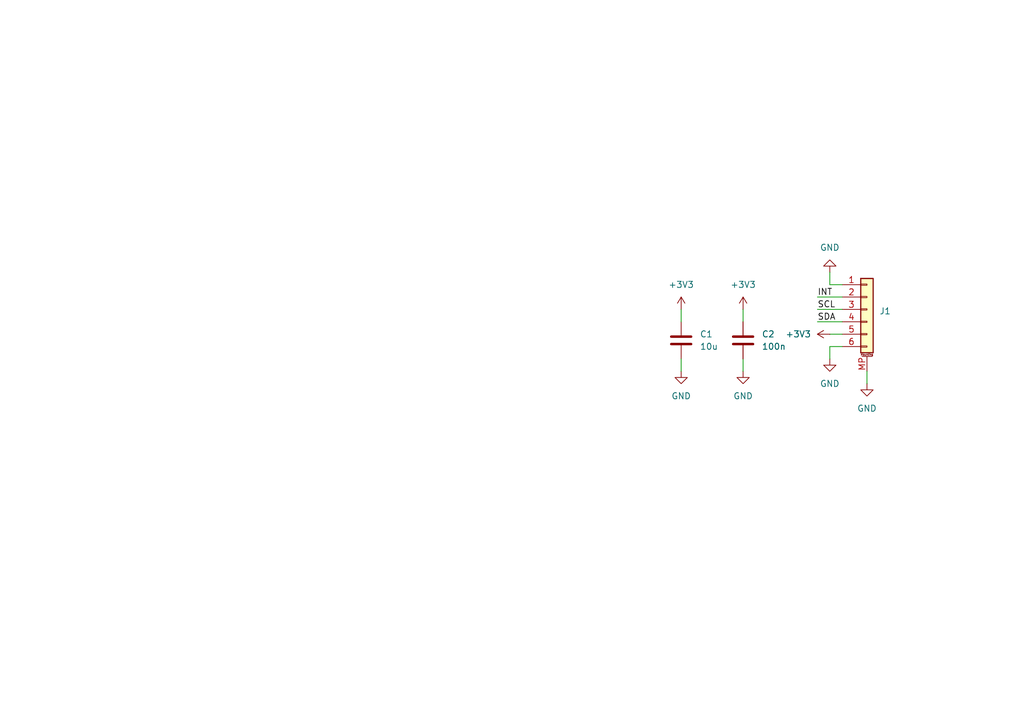
<source format=kicad_sch>
(kicad_sch (version 20231120) (generator "eeschema") (generator_version "8.0")
  (paper "A5")
  (lib_symbols
    (symbol "Connector_Generic_MountingPin:Conn_01x06_MountingPin" (pin_names (offset 1.016) hide)
      (property "Reference" "J" (at 0 7.62 0))
      (property "Value" "Conn_01x06_MountingPin" (at 1.27 -10.16 0))
      (symbol "Conn_01x06_MountingPin_1_1"
        (rectangle (start -1.27 -7.493) (end 0 -7.747) (stroke (width 0.1524)))
        (rectangle (start -1.27 -4.953) (end 0 -5.207) (stroke (width 0.1524)))
        (rectangle (start -1.27 -2.413) (end 0 -2.667) (stroke (width 0.1524)))
        (rectangle (start -1.27 0.127) (end 0 -0.127) (stroke (width 0.1524)))
        (rectangle (start -1.27 2.667) (end 0 2.413) (stroke (width 0.1524)))
        (rectangle (start -1.27 5.207) (end 0 4.953) (stroke (width 0.1524)))
        (rectangle (start -1.27 6.35) (end 1.27 -8.89) (stroke (width 0.254)) (fill (type background)))
        (polyline (pts (xy -1.016 -9.652) (xy 1.016 -9.652)) (stroke (width 0.1524)))
        (text "Mounting" (at 0 -9.271 0) (effects (font (size 0.381 0.381))))
        (pin passive line (at -5.08 5.08 0) (length 3.81) (name "Pin_1") (number "1"))
        (pin passive line (at -5.08 2.54 0) (length 3.81) (name "Pin_2") (number "2"))
        (pin passive line (at -5.08 0 0) (length 3.81) (name "Pin_3") (number "3"))
        (pin passive line (at -5.08 -2.54 0) (length 3.81) (name "Pin_4") (number "4"))
        (pin passive line (at -5.08 -5.08 0) (length 3.81) (name "Pin_5") (number "5"))
        (pin passive line (at -5.08 -7.62 0) (length 3.81) (name "Pin_6") (number "6"))
        (pin passive line (at 0 -12.7 90) (length 3.048) (name "MountPin") (number "MP"))
      )
    )
    (symbol "Device:C" (pin_numbers hide) (pin_names (offset 0.254))
      (property "Reference" "C" (at 0.635 2.54 0))
      (property "Value" "C" (at 0.635 -2.54 0))
      (symbol "C_0_1"
        (polyline (pts (xy -2.032 -0.762) (xy 2.032 -0.762)) (stroke (width 0.508)))
        (polyline (pts (xy -2.032 0.762) (xy 2.032 0.762)) (stroke (width 0.508)))
      )
      (symbol "C_1_1"
        (pin passive line (at 0 3.81 270) (length 2.794) (name "~") (number "1"))
        (pin passive line (at 0 -3.81 90) (length 2.794) (name "~") (number "2"))
      )
    )
    (symbol "power:+3V3" (power) (pin_numbers hide) (pin_names (offset 0) hide)
      (property "Value" "+3V3" (at 0 3.556 0))
      (symbol "+3V3_0_1"
        (polyline (pts (xy -0.762 1.27) (xy 0 2.54)))
        (polyline (pts (xy 0 0) (xy 0 2.54)))
        (polyline (pts (xy 0 2.54) (xy 0.762 1.27)))
      )
      (symbol "+3V3_1_1"
        (pin power_in line (at 0 0 90) (length 0) (name "~") (number "1"))
      )
    )
    (symbol "power:GND" (power) (pin_numbers hide) (pin_names (offset 0) hide)
      (property "Value" "GND" (at 0 -3.81 0))
      (symbol "GND_0_1"
        (polyline (pts (xy 0 0) (xy 0 -1.27) (xy 1.27 -1.27) (xy 0 -2.54) (xy -1.27 -1.27) (xy 0 -1.27)))
      )
      (symbol "GND_1_1"
        (pin power_in line (at 0 0 270) (length 0) (name "~") (number "1"))
      )
    )
  )
  (wire (pts (xy 170.18 71.12) (xy 172.72 71.12)))
  (wire (pts (xy 139.7 76.2) (xy 139.7 73.66)))
  (wire (pts (xy 167.64 66.04) (xy 172.72 66.04)))
  (wire (pts (xy 170.18 68.58) (xy 172.72 68.58)))
  (wire (pts (xy 177.8 76.2) (xy 177.8 78.74)))
  (wire (pts (xy 170.18 58.42) (xy 172.72 58.42)))
  (wire (pts (xy 167.64 63.5) (xy 172.72 63.5)))
  (wire (pts (xy 167.64 60.96) (xy 172.72 60.96)))
  (wire (pts (xy 170.18 55.88) (xy 170.18 58.42)))
  (wire (pts (xy 152.4 76.2) (xy 152.4 73.66)))
  (wire (pts (xy 139.7 63.5) (xy 139.7 66.04)))
  (wire (pts (xy 170.18 73.66) (xy 170.18 71.12)))
  (wire (pts (xy 152.4 63.5) (xy 152.4 66.04)))
  (label "SCL" (at 167.64 63.5 0))
  (label "INT" (at 167.64 60.96 0))
  (label "SDA" (at 167.64 66.04 0))
  (symbol (lib_id "power:GND") (at 152.4 76.2 0) (unit 1)
    (property "Reference" "#PWR05" (effects (hide yes)))
    (property "Value" "GND" (at 152.4 81.28 0))
    (property "Description" "Power symbol creates a global label with name \"GND\" , ground" (effects (hide yes)))
  )
  (symbol (lib_id "Device:C") (at 152.4 69.85 0) (unit 1)
    (property "Reference" "C2" (at 156.21 68.5799 0) (effects (justify left)))
    (property "Value" "100n" (at 156.21 71.1199 0) (effects (justify left)))
    (property "Footprint" "Capacitor_SMD:C_0402_1005Metric" (effects (hide yes)))
    (property "Description" "Unpolarized capacitor" (effects (hide yes)))
    (property "LCSC" "C1525" (effects (hide yes)))
  )
  (symbol (lib_id "power:GND") (at 139.7 76.2 0) (unit 1)
    (property "Reference" "#PWR06" (effects (hide yes)))
    (property "Value" "GND" (at 139.7 81.28 0))
    (property "Description" "Power symbol creates a global label with name \"GND\" , ground" (effects (hide yes)))
  )
  (symbol (lib_id "power:+3V3") (at 152.4 63.5 0) (unit 1)
    (property "Reference" "#PWR07" (effects (hide yes)))
    (property "Value" "+3V3" (at 152.4 58.42 0))
    (property "Description" "Power symbol creates a global label with name \"+3V3\"" (effects (hide yes)))
  )
  (symbol (lib_id "Device:C") (at 139.7 69.85 0) (unit 1)
    (property "Reference" "C1" (at 143.51 68.5799 0) (effects (justify left)))
    (property "Value" "10u" (at 143.51 71.1199 0) (effects (justify left)))
    (property "Footprint" "Capacitor_SMD:C_0603_1608Metric" (effects (hide yes)))
    (property "Description" "Unpolarized capacitor" (effects (hide yes)))
    (property "LCSC" "C19702" (effects (hide yes)))
  )
  (symbol (lib_id "Connector_Generic_MountingPin:Conn_01x06_MountingPin") (at 177.8 63.5 0) (unit 1)
    (property "Reference" "J1" (at 180.34 63.8555 0) (effects (justify left)))
    (property "Value" "Conn_01x06_MountingPin" (effects (hide yes)))
    (property "Footprint" "Connector_FFC-FPC:Jushuo_AFC07-S06FCA-00_1x6-1MP_P0.50_Horizontal" (effects (hide yes)))
    (property "Description" "Generic connectable mounting pin connector, single row, 01x06, script generated (kicad-library-utils/schlib/autogen/connector/)" (effects (hide yes)))
    (property "LCSC" "C262553" (effects (hide yes)))
  )
  (symbol (lib_id "power:+3V3") (at 139.7 63.5 0) (unit 1)
    (property "Reference" "#PWR08" (effects (hide yes)))
    (property "Value" "+3V3" (at 139.7 58.42 0))
    (property "Description" "Power symbol creates a global label with name \"+3V3\"" (effects (hide yes)))
  )
  (symbol (lib_id "power:GND") (at 170.18 73.66 0) (unit 1)
    (property "Reference" "#PWR04" (effects (hide yes)))
    (property "Value" "GND" (at 170.18 78.74 0))
    (property "Description" "Power symbol creates a global label with name \"GND\" , ground" (effects (hide yes)))
  )
  (symbol (lib_id "power:+3V3") (at 170.18 68.58 90) (unit 1)
    (property "Reference" "#PWR03" (effects (hide yes)))
    (property "Value" "+3V3" (at 166.37 68.5799 90) (effects (justify left)))
    (property "Description" "Power symbol creates a global label with name \"+3V3\"" (effects (hide yes)))
  )
  (symbol (lib_id "power:GND") (at 170.18 55.88 180) (unit 1)
    (property "Reference" "#PWR02" (effects (hide yes)))
    (property "Value" "GND" (at 170.18 50.8 0))
    (property "Description" "Power symbol creates a global label with name \"GND\" , ground" (effects (hide yes)))
  )
  (symbol (lib_id "power:GND") (at 177.8 78.74 0) (unit 1)
    (property "Reference" "#PWR01" (effects (hide yes)))
    (property "Value" "GND" (at 177.8 83.82 0))
    (property "Description" "Power symbol creates a global label with name \"GND\" , ground" (effects (hide yes)))
  )
)
</source>
